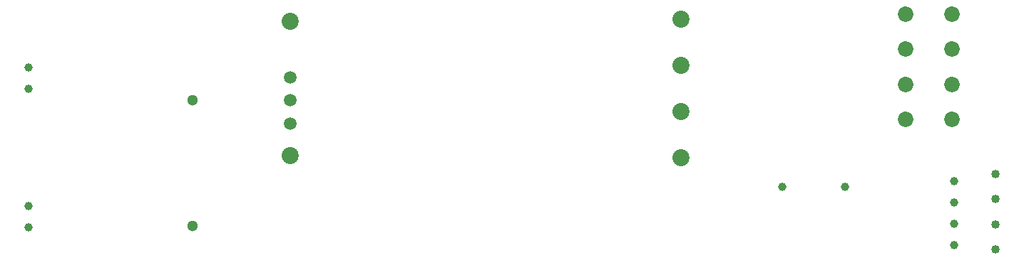
<source format=gbr>
%TF.GenerationSoftware,Altium Limited,Altium Designer,19.1.8 (144)*%
G04 Layer_Color=0*
%FSLAX26Y26*%
%MOIN*%
%TF.FileFunction,Plated,1,2,PTH,Drill*%
%TF.Part,Single*%
G01*
G75*
%TA.AperFunction,ComponentDrill*%
%ADD66C,0.039370*%
%ADD67C,0.072830*%
%ADD68C,0.040157*%
%ADD69C,0.079921*%
%ADD70C,0.059843*%
%ADD71C,0.051181*%
D66*
X5657638Y4070000D02*
D03*
X5362362D02*
D03*
X6165000Y3795000D02*
D03*
Y3895000D02*
D03*
Y3995000D02*
D03*
Y4095000D02*
D03*
X1840000Y4630000D02*
D03*
Y4530000D02*
D03*
Y3980000D02*
D03*
Y3880000D02*
D03*
D67*
X5941060Y4385000D02*
D03*
Y4550350D02*
D03*
Y4715710D02*
D03*
Y4881060D02*
D03*
X6157600Y4385000D02*
D03*
Y4550350D02*
D03*
Y4715710D02*
D03*
Y4881060D02*
D03*
D68*
X6359921Y4129646D02*
D03*
Y4011535D02*
D03*
Y3893425D02*
D03*
Y3775315D02*
D03*
D69*
X3062008Y4844961D02*
D03*
Y4215039D02*
D03*
X4887992Y4854803D02*
D03*
Y4638268D02*
D03*
Y4421732D02*
D03*
Y4205197D02*
D03*
D70*
X3062008Y4584331D02*
D03*
Y4475669D02*
D03*
Y4367402D02*
D03*
D71*
X2605000Y3885000D02*
D03*
Y4475551D02*
D03*
%TF.MD5,eefdd8de47108ea774f73d2ee88b21a9*%
M02*

</source>
